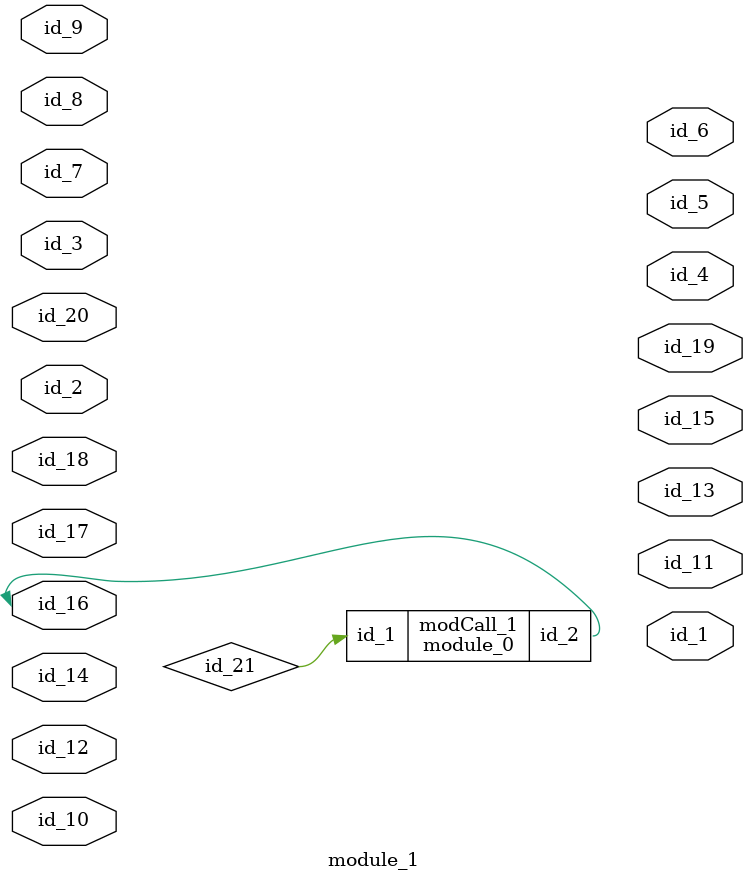
<source format=v>
module module_0 (
    id_1,
    id_2
);
  inout wire id_2;
  input wire id_1;
  tri id_3;
  assign id_3 = 1;
  wire id_4;
endmodule
module module_1 (
    id_1,
    id_2,
    id_3,
    id_4,
    id_5,
    id_6,
    id_7,
    id_8,
    id_9,
    id_10,
    id_11,
    id_12,
    id_13,
    id_14,
    id_15,
    id_16,
    id_17,
    id_18,
    id_19,
    id_20
);
  input wire id_20;
  output wire id_19;
  input wire id_18;
  input wire id_17;
  inout wire id_16;
  output wire id_15;
  input wire id_14;
  output wire id_13;
  inout wire id_12;
  output wire id_11;
  inout wire id_10;
  inout wire id_9;
  inout wire id_8;
  input wire id_7;
  output wire id_6;
  output wire id_5;
  output wire id_4;
  input wire id_3;
  input wire id_2;
  output wire id_1;
  wire id_21;
  module_0 modCall_1 (
      id_21,
      id_16
  );
endmodule

</source>
